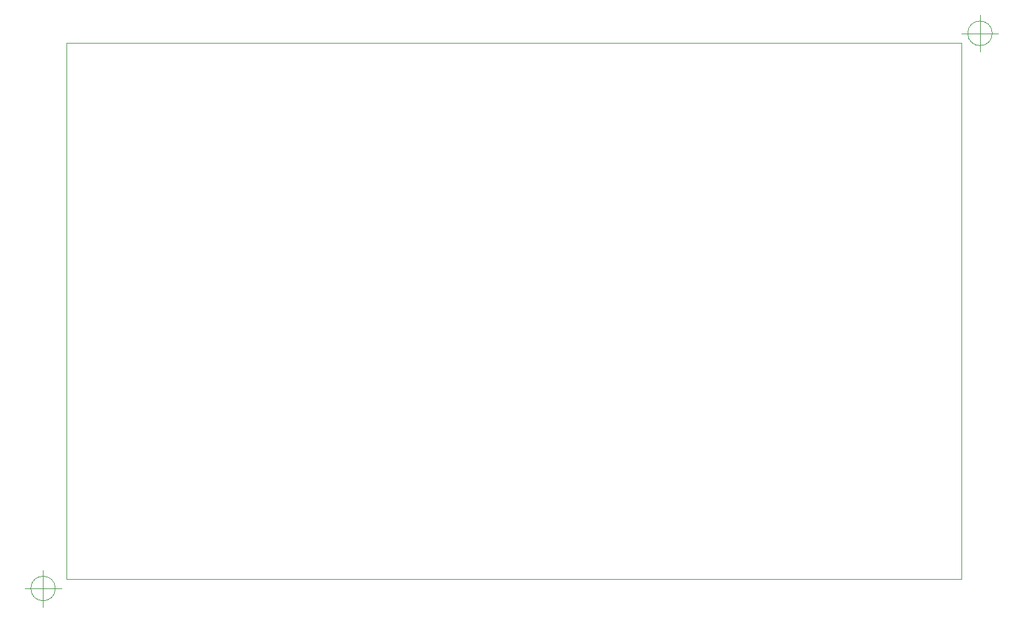
<source format=gbr>
%TF.GenerationSoftware,KiCad,Pcbnew,(6.0.5)*%
%TF.CreationDate,2022-11-30T16:24:04+01:00*%
%TF.ProjectId,Parametic VFO,50617261-6d65-4746-9963-2056464f2e6b,rev?*%
%TF.SameCoordinates,Original*%
%TF.FileFunction,Profile,NP*%
%FSLAX46Y46*%
G04 Gerber Fmt 4.6, Leading zero omitted, Abs format (unit mm)*
G04 Created by KiCad (PCBNEW (6.0.5)) date 2022-11-30 16:24:04*
%MOMM*%
%LPD*%
G01*
G04 APERTURE LIST*
%TA.AperFunction,Profile*%
%ADD10C,0.100000*%
%TD*%
G04 APERTURE END LIST*
D10*
X81041666Y-118745000D02*
G75*
G03*
X81041666Y-118745000I-1666666J0D01*
G01*
X76875000Y-118745000D02*
X81875000Y-118745000D01*
X79375000Y-116245000D02*
X79375000Y-121245000D01*
X208676666Y-43180000D02*
G75*
G03*
X208676666Y-43180000I-1666666J0D01*
G01*
X204510000Y-43180000D02*
X209510000Y-43180000D01*
X207010000Y-40680000D02*
X207010000Y-45680000D01*
X82550000Y-44450000D02*
X204470000Y-44450000D01*
X204470000Y-44450000D02*
X204470000Y-117475000D01*
X204470000Y-117475000D02*
X82550000Y-117475000D01*
X82550000Y-117475000D02*
X82550000Y-44450000D01*
M02*

</source>
